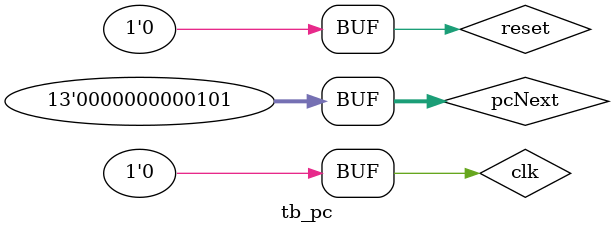
<source format=v>
module pc(pcResult,pcNext,reset,clk);
input[12:0] pcNext;
input clk,reset;
output reg[12:0] pcResult;

//initial pcResult<=13'h0000;

always @ (posedge clk or posedge reset)
begin
if(reset == 1)
	pcResult<=13'h0000;
else
	pcResult<=pcNext;
end
endmodule



module tb_pc();
reg clk=0,reset=0;
reg[12:0] pcNext;
wire [12:0] pcResult;
pc p(pcResult,pcNext,reset,clk);
initial
begin
clk=0;
pcNext<=13'b00000000000;
$monitor("pcresult : %b,pcnext : %b,reset : %b, clk : %b",pcResult,pcNext,reset,clk);
#5
clk=~clk;
pcNext<=13'b00000000010;
#5
clk=~clk;
#5
clk=~clk;
pcNext<=13'b00000000111;
#5
clk=~clk;
#5
clk=~clk;
pcNext<=13'b00000000101;
end 
endmodule


</source>
